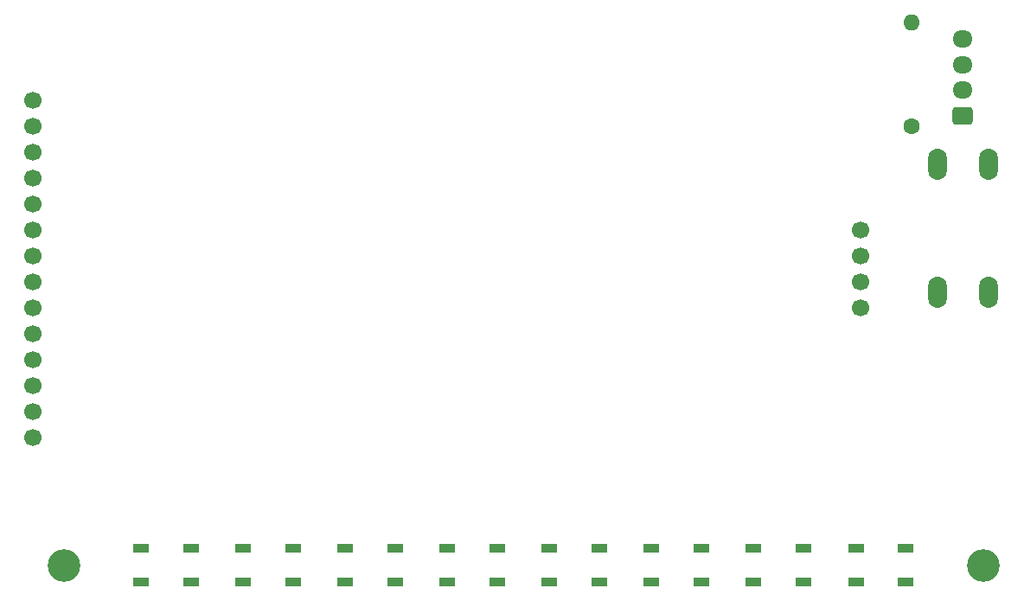
<source format=gbr>
%TF.GenerationSoftware,KiCad,Pcbnew,7.0.9*%
%TF.CreationDate,2025-01-19T18:06:07+09:00*%
%TF.ProjectId,06-UI,30362d55-492e-46b6-9963-61645f706362,rev?*%
%TF.SameCoordinates,Original*%
%TF.FileFunction,Soldermask,Top*%
%TF.FilePolarity,Negative*%
%FSLAX46Y46*%
G04 Gerber Fmt 4.6, Leading zero omitted, Abs format (unit mm)*
G04 Created by KiCad (PCBNEW 7.0.9) date 2025-01-19 18:06:07*
%MOMM*%
%LPD*%
G01*
G04 APERTURE LIST*
G04 Aperture macros list*
%AMRoundRect*
0 Rectangle with rounded corners*
0 $1 Rounding radius*
0 $2 $3 $4 $5 $6 $7 $8 $9 X,Y pos of 4 corners*
0 Add a 4 corners polygon primitive as box body*
4,1,4,$2,$3,$4,$5,$6,$7,$8,$9,$2,$3,0*
0 Add four circle primitives for the rounded corners*
1,1,$1+$1,$2,$3*
1,1,$1+$1,$4,$5*
1,1,$1+$1,$6,$7*
1,1,$1+$1,$8,$9*
0 Add four rect primitives between the rounded corners*
20,1,$1+$1,$2,$3,$4,$5,0*
20,1,$1+$1,$4,$5,$6,$7,0*
20,1,$1+$1,$6,$7,$8,$9,0*
20,1,$1+$1,$8,$9,$2,$3,0*%
G04 Aperture macros list end*
%ADD10O,1.950000X1.700000*%
%ADD11RoundRect,0.250000X0.725000X-0.600000X0.725000X0.600000X-0.725000X0.600000X-0.725000X-0.600000X0*%
%ADD12C,1.700000*%
%ADD13O,1.850000X3.048000*%
%ADD14O,1.600000X1.600000*%
%ADD15C,1.600000*%
%ADD16C,3.200000*%
%ADD17R,1.500000X0.900000*%
G04 APERTURE END LIST*
D10*
%TO.C,J1*%
X143000000Y-55500000D03*
X143000000Y-58000000D03*
X143000000Y-60500000D03*
D11*
X143000000Y-63000000D03*
%TD*%
D12*
%TO.C,U2*%
X133000000Y-81810000D03*
X133000000Y-79270000D03*
X133000000Y-76730000D03*
X133000000Y-74190000D03*
X52000000Y-61490000D03*
X52000000Y-64030000D03*
X52000000Y-66570000D03*
X52000000Y-69110000D03*
X52000000Y-71650000D03*
X52000000Y-74190000D03*
X52000000Y-76730000D03*
X52000000Y-79270000D03*
X52000000Y-81810000D03*
X52000000Y-84350000D03*
X52000000Y-86890000D03*
X52000000Y-89430000D03*
X52000000Y-91970000D03*
X52000000Y-94510000D03*
%TD*%
D13*
%TO.C,SW1*%
X140500000Y-80240000D03*
X140500000Y-67740000D03*
X145500000Y-80240000D03*
X145500000Y-67740000D03*
%TD*%
D14*
%TO.C,R1*%
X138000000Y-53840000D03*
D15*
X138000000Y-64000000D03*
%TD*%
D16*
%TO.C,H2*%
X145000000Y-107000000D03*
%TD*%
%TO.C,H1*%
X55000000Y-107000000D03*
%TD*%
D17*
%TO.C,D8*%
X132550000Y-105350000D03*
X132550000Y-108650000D03*
X137450000Y-108650000D03*
X137450000Y-105350000D03*
%TD*%
%TO.C,D7*%
X122550000Y-105350000D03*
X122550000Y-108650000D03*
X127450000Y-108650000D03*
X127450000Y-105350000D03*
%TD*%
%TO.C,D6*%
X112550000Y-105350000D03*
X112550000Y-108650000D03*
X117450000Y-108650000D03*
X117450000Y-105350000D03*
%TD*%
%TO.C,D5*%
X102550000Y-105350000D03*
X102550000Y-108650000D03*
X107450000Y-108650000D03*
X107450000Y-105350000D03*
%TD*%
%TO.C,D4*%
X92550000Y-105350000D03*
X92550000Y-108650000D03*
X97450000Y-108650000D03*
X97450000Y-105350000D03*
%TD*%
%TO.C,D3*%
X82550000Y-105350000D03*
X82550000Y-108650000D03*
X87450000Y-108650000D03*
X87450000Y-105350000D03*
%TD*%
%TO.C,D2*%
X72550000Y-105350000D03*
X72550000Y-108650000D03*
X77450000Y-108650000D03*
X77450000Y-105350000D03*
%TD*%
%TO.C,D1*%
X62550000Y-105350000D03*
X62550000Y-108650000D03*
X67450000Y-108650000D03*
X67450000Y-105350000D03*
%TD*%
M02*

</source>
